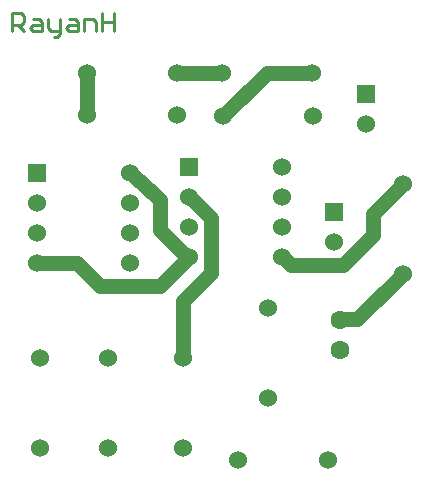
<source format=gtl>
G04*
G04 #@! TF.GenerationSoftware,Altium Limited,Altium Designer,22.1.2 (22)*
G04*
G04 Layer_Physical_Order=1*
G04 Layer_Color=255*
%FSLAX43Y43*%
%MOMM*%
G71*
G04*
G04 #@! TF.SameCoordinates,87715656-2F0B-43DF-9688-F49D06068116*
G04*
G04*
G04 #@! TF.FilePolarity,Positive*
G04*
G01*
G75*
%ADD13C,0.254*%
%ADD18C,1.270*%
%ADD19C,1.524*%
%ADD20R,1.524X1.524*%
%ADD21R,1.524X1.524*%
%ADD22C,1.600*%
D13*
X2286Y40005D02*
Y41528D01*
X3048D01*
X3302Y41274D01*
Y40767D01*
X3048Y40513D01*
X2286D01*
X2794D02*
X3302Y40005D01*
X4063Y41021D02*
X4571D01*
X4825Y40767D01*
Y40005D01*
X4063D01*
X3810Y40259D01*
X4063Y40513D01*
X4825D01*
X5333Y41021D02*
Y40259D01*
X5587Y40005D01*
X6349D01*
Y39751D01*
X6095Y39497D01*
X5841D01*
X6349Y40005D02*
Y41021D01*
X7110D02*
X7618D01*
X7872Y40767D01*
Y40005D01*
X7110D01*
X6857Y40259D01*
X7110Y40513D01*
X7872D01*
X8380Y40005D02*
Y41021D01*
X9142D01*
X9396Y40767D01*
Y40005D01*
X9904Y41528D02*
Y40005D01*
Y40767D01*
X10919D01*
Y41528D01*
Y40005D01*
D18*
X17321Y25859D02*
X17475D01*
X19177Y24157D01*
Y19479D02*
Y24157D01*
X16764Y17066D02*
X19177Y19479D01*
X16764Y12319D02*
Y17066D01*
X17272Y25908D02*
X17321Y25859D01*
X25212Y20828D02*
X25281D01*
X25916Y20193D02*
X30380D01*
X32882Y22695D02*
Y24500D01*
X35433Y27051D01*
X30380Y20193D02*
X32882Y22695D01*
X25281Y20828D02*
X25916Y20193D01*
X14859Y18415D02*
X17272Y20828D01*
X4412Y20320D02*
X7858D01*
X9763Y18415D01*
X14859D01*
X17223Y20877D02*
X17272Y20828D01*
X14812Y23134D02*
X17069Y20877D01*
X17223D01*
X14812Y23134D02*
Y25634D01*
X13141Y27305D02*
X14812Y25634D01*
X13056Y27305D02*
X13141D01*
X12421Y27940D02*
X13056Y27305D01*
X12352Y27940D02*
X12421D01*
X23876Y36449D02*
X27686D01*
X20193Y32766D02*
X23876Y36449D01*
X30162Y15557D02*
X31559D01*
X30099Y15494D02*
X30162Y15557D01*
X31559D02*
X35433Y19431D01*
X16256Y36449D02*
X20066D01*
X8636Y32893D02*
Y36449D01*
D19*
X32258Y32131D02*
D03*
X16256Y36449D02*
D03*
X8636D02*
D03*
X20066D02*
D03*
X27686D02*
D03*
X8636Y32893D02*
D03*
X16256D02*
D03*
X20193Y32766D02*
D03*
X27813D02*
D03*
X17272Y25908D02*
D03*
Y23368D02*
D03*
Y20828D02*
D03*
X25212D02*
D03*
Y23368D02*
D03*
Y25908D02*
D03*
Y28448D02*
D03*
X4412Y25400D02*
D03*
Y22860D02*
D03*
Y20320D02*
D03*
X12352D02*
D03*
Y22860D02*
D03*
Y25400D02*
D03*
Y27940D02*
D03*
X35433Y27051D02*
D03*
Y19431D02*
D03*
X29591Y22098D02*
D03*
X24003Y16510D02*
D03*
Y8890D02*
D03*
X16764Y12319D02*
D03*
Y4699D02*
D03*
X4699Y12319D02*
D03*
Y4699D02*
D03*
X29083Y3683D02*
D03*
X21463D02*
D03*
X10414Y12319D02*
D03*
Y4699D02*
D03*
D20*
X32258Y34671D02*
D03*
X29591Y24638D02*
D03*
D21*
X17272Y28448D02*
D03*
X4412Y27940D02*
D03*
D22*
X30099Y15494D02*
D03*
Y12954D02*
D03*
M02*

</source>
